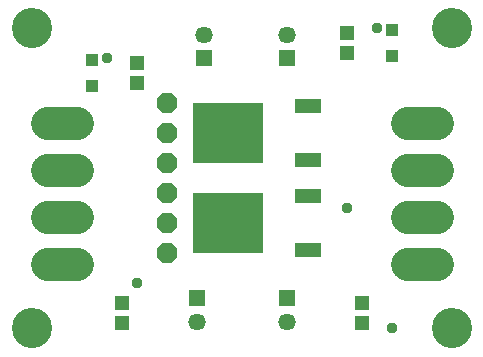
<source format=gbr>
G04 EAGLE Gerber RS-274X export*
G75*
%MOMM*%
%FSLAX34Y34*%
%LPD*%
%INSoldermask Top*%
%IPPOS*%
%AMOC8*
5,1,8,0,0,1.08239X$1,22.5*%
G01*
%ADD10C,3.403200*%
%ADD11R,1.461200X1.461200*%
%ADD12C,1.461200*%
%ADD13R,1.203200X1.303200*%
%ADD14R,1.003200X1.003200*%
%ADD15R,2.303200X1.203200*%
%ADD16R,6.053200X5.103200*%
%ADD17C,2.753200*%
%ADD18P,1.852186X8X112.500000*%
%ADD19C,0.959600*%


D10*
X25400Y266700D03*
X381000Y266700D03*
X381000Y12700D03*
X25400Y12700D03*
D11*
X171450Y241300D03*
D12*
X171450Y261300D03*
D13*
X101600Y16900D03*
X101600Y33900D03*
X292100Y245500D03*
X292100Y262500D03*
D11*
X241300Y241300D03*
D12*
X241300Y261300D03*
D11*
X165100Y38100D03*
D12*
X165100Y18100D03*
D13*
X114300Y220100D03*
X114300Y237100D03*
X304800Y33900D03*
X304800Y16900D03*
D11*
X241300Y38100D03*
D12*
X241300Y18100D03*
D14*
X330200Y265000D03*
X330200Y243000D03*
X76200Y217600D03*
X76200Y239600D03*
D15*
X259400Y155000D03*
X259400Y200600D03*
D16*
X191400Y177800D03*
D15*
X259400Y78800D03*
X259400Y124400D03*
D16*
X191400Y101600D03*
D17*
X342850Y67600D02*
X368350Y67600D01*
X368350Y107200D02*
X342850Y107200D01*
X342850Y146800D02*
X368350Y146800D01*
X368350Y186400D02*
X342850Y186400D01*
X63550Y186400D02*
X38050Y186400D01*
X38050Y146800D02*
X63550Y146800D01*
X63550Y107200D02*
X38050Y107200D01*
X38050Y67600D02*
X63550Y67600D01*
D18*
X139700Y76200D03*
X139700Y101600D03*
X139700Y127000D03*
X139700Y152400D03*
X139700Y177800D03*
X139700Y203200D03*
D19*
X317500Y266700D03*
X88900Y241300D03*
X114300Y50800D03*
X330200Y12700D03*
X292100Y114300D03*
M02*

</source>
